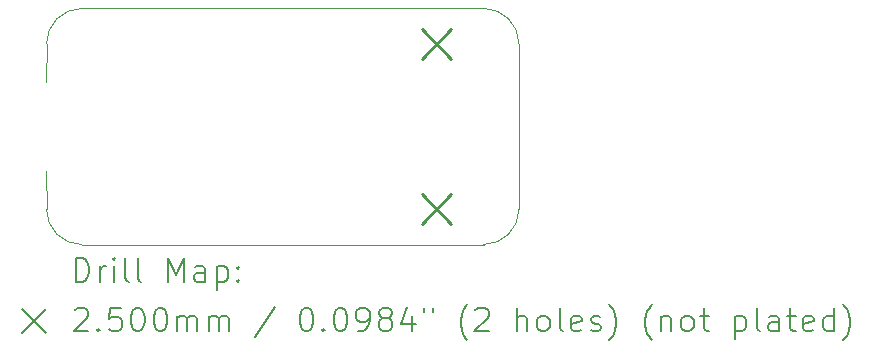
<source format=gbr>
%FSLAX45Y45*%
G04 Gerber Fmt 4.5, Leading zero omitted, Abs format (unit mm)*
G04 Created by KiCad (PCBNEW (6.0.0-0)) date 2022-08-17 15:30:58*
%MOMM*%
%LPD*%
G01*
G04 APERTURE LIST*
%TA.AperFunction,Profile*%
%ADD10C,0.100000*%
%TD*%
%ADD11C,0.200000*%
%ADD12C,0.250000*%
G04 APERTURE END LIST*
D10*
X16200000Y-10000000D02*
G75*
G03*
X16500000Y-9700000I0J300000D01*
G01*
X16500000Y-8300000D02*
X16500000Y-9700000D01*
X12800000Y-8000000D02*
G75*
G03*
X12500000Y-8300000I0J-300000D01*
G01*
X16200000Y-10000000D02*
X12800000Y-10000000D01*
X12497000Y-8625000D02*
X12500000Y-8300000D01*
X12800000Y-8000000D02*
X16200000Y-8000000D01*
X12500000Y-9700000D02*
X12497000Y-9375000D01*
X16500000Y-8300000D02*
G75*
G03*
X16200000Y-8000000I-300000J0D01*
G01*
X12500000Y-9700000D02*
G75*
G03*
X12800000Y-10000000I300000J0D01*
G01*
D11*
D12*
X15675000Y-8175000D02*
X15925000Y-8425000D01*
X15925000Y-8175000D02*
X15675000Y-8425000D01*
X15675000Y-9575000D02*
X15925000Y-9825000D01*
X15925000Y-9575000D02*
X15675000Y-9825000D01*
D11*
X12749619Y-10315476D02*
X12749619Y-10115476D01*
X12797238Y-10115476D01*
X12825809Y-10125000D01*
X12844857Y-10144048D01*
X12854381Y-10163095D01*
X12863905Y-10201190D01*
X12863905Y-10229762D01*
X12854381Y-10267857D01*
X12844857Y-10286905D01*
X12825809Y-10305952D01*
X12797238Y-10315476D01*
X12749619Y-10315476D01*
X12949619Y-10315476D02*
X12949619Y-10182143D01*
X12949619Y-10220238D02*
X12959143Y-10201190D01*
X12968667Y-10191667D01*
X12987714Y-10182143D01*
X13006762Y-10182143D01*
X13073428Y-10315476D02*
X13073428Y-10182143D01*
X13073428Y-10115476D02*
X13063905Y-10125000D01*
X13073428Y-10134524D01*
X13082952Y-10125000D01*
X13073428Y-10115476D01*
X13073428Y-10134524D01*
X13197238Y-10315476D02*
X13178190Y-10305952D01*
X13168667Y-10286905D01*
X13168667Y-10115476D01*
X13302000Y-10315476D02*
X13282952Y-10305952D01*
X13273428Y-10286905D01*
X13273428Y-10115476D01*
X13530571Y-10315476D02*
X13530571Y-10115476D01*
X13597238Y-10258333D01*
X13663905Y-10115476D01*
X13663905Y-10315476D01*
X13844857Y-10315476D02*
X13844857Y-10210714D01*
X13835333Y-10191667D01*
X13816286Y-10182143D01*
X13778190Y-10182143D01*
X13759143Y-10191667D01*
X13844857Y-10305952D02*
X13825809Y-10315476D01*
X13778190Y-10315476D01*
X13759143Y-10305952D01*
X13749619Y-10286905D01*
X13749619Y-10267857D01*
X13759143Y-10248810D01*
X13778190Y-10239286D01*
X13825809Y-10239286D01*
X13844857Y-10229762D01*
X13940095Y-10182143D02*
X13940095Y-10382143D01*
X13940095Y-10191667D02*
X13959143Y-10182143D01*
X13997238Y-10182143D01*
X14016286Y-10191667D01*
X14025809Y-10201190D01*
X14035333Y-10220238D01*
X14035333Y-10277381D01*
X14025809Y-10296429D01*
X14016286Y-10305952D01*
X13997238Y-10315476D01*
X13959143Y-10315476D01*
X13940095Y-10305952D01*
X14121048Y-10296429D02*
X14130571Y-10305952D01*
X14121048Y-10315476D01*
X14111524Y-10305952D01*
X14121048Y-10296429D01*
X14121048Y-10315476D01*
X14121048Y-10191667D02*
X14130571Y-10201190D01*
X14121048Y-10210714D01*
X14111524Y-10201190D01*
X14121048Y-10191667D01*
X14121048Y-10210714D01*
X12292000Y-10545000D02*
X12492000Y-10745000D01*
X12492000Y-10545000D02*
X12292000Y-10745000D01*
X12740095Y-10554524D02*
X12749619Y-10545000D01*
X12768667Y-10535476D01*
X12816286Y-10535476D01*
X12835333Y-10545000D01*
X12844857Y-10554524D01*
X12854381Y-10573571D01*
X12854381Y-10592619D01*
X12844857Y-10621190D01*
X12730571Y-10735476D01*
X12854381Y-10735476D01*
X12940095Y-10716429D02*
X12949619Y-10725952D01*
X12940095Y-10735476D01*
X12930571Y-10725952D01*
X12940095Y-10716429D01*
X12940095Y-10735476D01*
X13130571Y-10535476D02*
X13035333Y-10535476D01*
X13025809Y-10630714D01*
X13035333Y-10621190D01*
X13054381Y-10611667D01*
X13102000Y-10611667D01*
X13121048Y-10621190D01*
X13130571Y-10630714D01*
X13140095Y-10649762D01*
X13140095Y-10697381D01*
X13130571Y-10716429D01*
X13121048Y-10725952D01*
X13102000Y-10735476D01*
X13054381Y-10735476D01*
X13035333Y-10725952D01*
X13025809Y-10716429D01*
X13263905Y-10535476D02*
X13282952Y-10535476D01*
X13302000Y-10545000D01*
X13311524Y-10554524D01*
X13321048Y-10573571D01*
X13330571Y-10611667D01*
X13330571Y-10659286D01*
X13321048Y-10697381D01*
X13311524Y-10716429D01*
X13302000Y-10725952D01*
X13282952Y-10735476D01*
X13263905Y-10735476D01*
X13244857Y-10725952D01*
X13235333Y-10716429D01*
X13225809Y-10697381D01*
X13216286Y-10659286D01*
X13216286Y-10611667D01*
X13225809Y-10573571D01*
X13235333Y-10554524D01*
X13244857Y-10545000D01*
X13263905Y-10535476D01*
X13454381Y-10535476D02*
X13473428Y-10535476D01*
X13492476Y-10545000D01*
X13502000Y-10554524D01*
X13511524Y-10573571D01*
X13521048Y-10611667D01*
X13521048Y-10659286D01*
X13511524Y-10697381D01*
X13502000Y-10716429D01*
X13492476Y-10725952D01*
X13473428Y-10735476D01*
X13454381Y-10735476D01*
X13435333Y-10725952D01*
X13425809Y-10716429D01*
X13416286Y-10697381D01*
X13406762Y-10659286D01*
X13406762Y-10611667D01*
X13416286Y-10573571D01*
X13425809Y-10554524D01*
X13435333Y-10545000D01*
X13454381Y-10535476D01*
X13606762Y-10735476D02*
X13606762Y-10602143D01*
X13606762Y-10621190D02*
X13616286Y-10611667D01*
X13635333Y-10602143D01*
X13663905Y-10602143D01*
X13682952Y-10611667D01*
X13692476Y-10630714D01*
X13692476Y-10735476D01*
X13692476Y-10630714D02*
X13702000Y-10611667D01*
X13721048Y-10602143D01*
X13749619Y-10602143D01*
X13768667Y-10611667D01*
X13778190Y-10630714D01*
X13778190Y-10735476D01*
X13873428Y-10735476D02*
X13873428Y-10602143D01*
X13873428Y-10621190D02*
X13882952Y-10611667D01*
X13902000Y-10602143D01*
X13930571Y-10602143D01*
X13949619Y-10611667D01*
X13959143Y-10630714D01*
X13959143Y-10735476D01*
X13959143Y-10630714D02*
X13968667Y-10611667D01*
X13987714Y-10602143D01*
X14016286Y-10602143D01*
X14035333Y-10611667D01*
X14044857Y-10630714D01*
X14044857Y-10735476D01*
X14435333Y-10525952D02*
X14263905Y-10783095D01*
X14692476Y-10535476D02*
X14711524Y-10535476D01*
X14730571Y-10545000D01*
X14740095Y-10554524D01*
X14749619Y-10573571D01*
X14759143Y-10611667D01*
X14759143Y-10659286D01*
X14749619Y-10697381D01*
X14740095Y-10716429D01*
X14730571Y-10725952D01*
X14711524Y-10735476D01*
X14692476Y-10735476D01*
X14673428Y-10725952D01*
X14663905Y-10716429D01*
X14654381Y-10697381D01*
X14644857Y-10659286D01*
X14644857Y-10611667D01*
X14654381Y-10573571D01*
X14663905Y-10554524D01*
X14673428Y-10545000D01*
X14692476Y-10535476D01*
X14844857Y-10716429D02*
X14854381Y-10725952D01*
X14844857Y-10735476D01*
X14835333Y-10725952D01*
X14844857Y-10716429D01*
X14844857Y-10735476D01*
X14978190Y-10535476D02*
X14997238Y-10535476D01*
X15016286Y-10545000D01*
X15025809Y-10554524D01*
X15035333Y-10573571D01*
X15044857Y-10611667D01*
X15044857Y-10659286D01*
X15035333Y-10697381D01*
X15025809Y-10716429D01*
X15016286Y-10725952D01*
X14997238Y-10735476D01*
X14978190Y-10735476D01*
X14959143Y-10725952D01*
X14949619Y-10716429D01*
X14940095Y-10697381D01*
X14930571Y-10659286D01*
X14930571Y-10611667D01*
X14940095Y-10573571D01*
X14949619Y-10554524D01*
X14959143Y-10545000D01*
X14978190Y-10535476D01*
X15140095Y-10735476D02*
X15178190Y-10735476D01*
X15197238Y-10725952D01*
X15206762Y-10716429D01*
X15225809Y-10687857D01*
X15235333Y-10649762D01*
X15235333Y-10573571D01*
X15225809Y-10554524D01*
X15216286Y-10545000D01*
X15197238Y-10535476D01*
X15159143Y-10535476D01*
X15140095Y-10545000D01*
X15130571Y-10554524D01*
X15121048Y-10573571D01*
X15121048Y-10621190D01*
X15130571Y-10640238D01*
X15140095Y-10649762D01*
X15159143Y-10659286D01*
X15197238Y-10659286D01*
X15216286Y-10649762D01*
X15225809Y-10640238D01*
X15235333Y-10621190D01*
X15349619Y-10621190D02*
X15330571Y-10611667D01*
X15321048Y-10602143D01*
X15311524Y-10583095D01*
X15311524Y-10573571D01*
X15321048Y-10554524D01*
X15330571Y-10545000D01*
X15349619Y-10535476D01*
X15387714Y-10535476D01*
X15406762Y-10545000D01*
X15416286Y-10554524D01*
X15425809Y-10573571D01*
X15425809Y-10583095D01*
X15416286Y-10602143D01*
X15406762Y-10611667D01*
X15387714Y-10621190D01*
X15349619Y-10621190D01*
X15330571Y-10630714D01*
X15321048Y-10640238D01*
X15311524Y-10659286D01*
X15311524Y-10697381D01*
X15321048Y-10716429D01*
X15330571Y-10725952D01*
X15349619Y-10735476D01*
X15387714Y-10735476D01*
X15406762Y-10725952D01*
X15416286Y-10716429D01*
X15425809Y-10697381D01*
X15425809Y-10659286D01*
X15416286Y-10640238D01*
X15406762Y-10630714D01*
X15387714Y-10621190D01*
X15597238Y-10602143D02*
X15597238Y-10735476D01*
X15549619Y-10525952D02*
X15502000Y-10668810D01*
X15625809Y-10668810D01*
X15692476Y-10535476D02*
X15692476Y-10573571D01*
X15768667Y-10535476D02*
X15768667Y-10573571D01*
X16063905Y-10811667D02*
X16054381Y-10802143D01*
X16035333Y-10773571D01*
X16025809Y-10754524D01*
X16016286Y-10725952D01*
X16006762Y-10678333D01*
X16006762Y-10640238D01*
X16016286Y-10592619D01*
X16025809Y-10564048D01*
X16035333Y-10545000D01*
X16054381Y-10516429D01*
X16063905Y-10506905D01*
X16130571Y-10554524D02*
X16140095Y-10545000D01*
X16159143Y-10535476D01*
X16206762Y-10535476D01*
X16225809Y-10545000D01*
X16235333Y-10554524D01*
X16244857Y-10573571D01*
X16244857Y-10592619D01*
X16235333Y-10621190D01*
X16121048Y-10735476D01*
X16244857Y-10735476D01*
X16482952Y-10735476D02*
X16482952Y-10535476D01*
X16568667Y-10735476D02*
X16568667Y-10630714D01*
X16559143Y-10611667D01*
X16540095Y-10602143D01*
X16511524Y-10602143D01*
X16492476Y-10611667D01*
X16482952Y-10621190D01*
X16692476Y-10735476D02*
X16673428Y-10725952D01*
X16663905Y-10716429D01*
X16654381Y-10697381D01*
X16654381Y-10640238D01*
X16663905Y-10621190D01*
X16673428Y-10611667D01*
X16692476Y-10602143D01*
X16721048Y-10602143D01*
X16740095Y-10611667D01*
X16749619Y-10621190D01*
X16759143Y-10640238D01*
X16759143Y-10697381D01*
X16749619Y-10716429D01*
X16740095Y-10725952D01*
X16721048Y-10735476D01*
X16692476Y-10735476D01*
X16873429Y-10735476D02*
X16854381Y-10725952D01*
X16844857Y-10706905D01*
X16844857Y-10535476D01*
X17025810Y-10725952D02*
X17006762Y-10735476D01*
X16968667Y-10735476D01*
X16949619Y-10725952D01*
X16940095Y-10706905D01*
X16940095Y-10630714D01*
X16949619Y-10611667D01*
X16968667Y-10602143D01*
X17006762Y-10602143D01*
X17025810Y-10611667D01*
X17035333Y-10630714D01*
X17035333Y-10649762D01*
X16940095Y-10668810D01*
X17111524Y-10725952D02*
X17130571Y-10735476D01*
X17168667Y-10735476D01*
X17187714Y-10725952D01*
X17197238Y-10706905D01*
X17197238Y-10697381D01*
X17187714Y-10678333D01*
X17168667Y-10668810D01*
X17140095Y-10668810D01*
X17121048Y-10659286D01*
X17111524Y-10640238D01*
X17111524Y-10630714D01*
X17121048Y-10611667D01*
X17140095Y-10602143D01*
X17168667Y-10602143D01*
X17187714Y-10611667D01*
X17263905Y-10811667D02*
X17273429Y-10802143D01*
X17292476Y-10773571D01*
X17302000Y-10754524D01*
X17311524Y-10725952D01*
X17321048Y-10678333D01*
X17321048Y-10640238D01*
X17311524Y-10592619D01*
X17302000Y-10564048D01*
X17292476Y-10545000D01*
X17273429Y-10516429D01*
X17263905Y-10506905D01*
X17625810Y-10811667D02*
X17616286Y-10802143D01*
X17597238Y-10773571D01*
X17587714Y-10754524D01*
X17578190Y-10725952D01*
X17568667Y-10678333D01*
X17568667Y-10640238D01*
X17578190Y-10592619D01*
X17587714Y-10564048D01*
X17597238Y-10545000D01*
X17616286Y-10516429D01*
X17625810Y-10506905D01*
X17702000Y-10602143D02*
X17702000Y-10735476D01*
X17702000Y-10621190D02*
X17711524Y-10611667D01*
X17730571Y-10602143D01*
X17759143Y-10602143D01*
X17778190Y-10611667D01*
X17787714Y-10630714D01*
X17787714Y-10735476D01*
X17911524Y-10735476D02*
X17892476Y-10725952D01*
X17882952Y-10716429D01*
X17873429Y-10697381D01*
X17873429Y-10640238D01*
X17882952Y-10621190D01*
X17892476Y-10611667D01*
X17911524Y-10602143D01*
X17940095Y-10602143D01*
X17959143Y-10611667D01*
X17968667Y-10621190D01*
X17978190Y-10640238D01*
X17978190Y-10697381D01*
X17968667Y-10716429D01*
X17959143Y-10725952D01*
X17940095Y-10735476D01*
X17911524Y-10735476D01*
X18035333Y-10602143D02*
X18111524Y-10602143D01*
X18063905Y-10535476D02*
X18063905Y-10706905D01*
X18073429Y-10725952D01*
X18092476Y-10735476D01*
X18111524Y-10735476D01*
X18330571Y-10602143D02*
X18330571Y-10802143D01*
X18330571Y-10611667D02*
X18349619Y-10602143D01*
X18387714Y-10602143D01*
X18406762Y-10611667D01*
X18416286Y-10621190D01*
X18425810Y-10640238D01*
X18425810Y-10697381D01*
X18416286Y-10716429D01*
X18406762Y-10725952D01*
X18387714Y-10735476D01*
X18349619Y-10735476D01*
X18330571Y-10725952D01*
X18540095Y-10735476D02*
X18521048Y-10725952D01*
X18511524Y-10706905D01*
X18511524Y-10535476D01*
X18702000Y-10735476D02*
X18702000Y-10630714D01*
X18692476Y-10611667D01*
X18673429Y-10602143D01*
X18635333Y-10602143D01*
X18616286Y-10611667D01*
X18702000Y-10725952D02*
X18682952Y-10735476D01*
X18635333Y-10735476D01*
X18616286Y-10725952D01*
X18606762Y-10706905D01*
X18606762Y-10687857D01*
X18616286Y-10668810D01*
X18635333Y-10659286D01*
X18682952Y-10659286D01*
X18702000Y-10649762D01*
X18768667Y-10602143D02*
X18844857Y-10602143D01*
X18797238Y-10535476D02*
X18797238Y-10706905D01*
X18806762Y-10725952D01*
X18825810Y-10735476D01*
X18844857Y-10735476D01*
X18987714Y-10725952D02*
X18968667Y-10735476D01*
X18930571Y-10735476D01*
X18911524Y-10725952D01*
X18902000Y-10706905D01*
X18902000Y-10630714D01*
X18911524Y-10611667D01*
X18930571Y-10602143D01*
X18968667Y-10602143D01*
X18987714Y-10611667D01*
X18997238Y-10630714D01*
X18997238Y-10649762D01*
X18902000Y-10668810D01*
X19168667Y-10735476D02*
X19168667Y-10535476D01*
X19168667Y-10725952D02*
X19149619Y-10735476D01*
X19111524Y-10735476D01*
X19092476Y-10725952D01*
X19082952Y-10716429D01*
X19073429Y-10697381D01*
X19073429Y-10640238D01*
X19082952Y-10621190D01*
X19092476Y-10611667D01*
X19111524Y-10602143D01*
X19149619Y-10602143D01*
X19168667Y-10611667D01*
X19244857Y-10811667D02*
X19254381Y-10802143D01*
X19273429Y-10773571D01*
X19282952Y-10754524D01*
X19292476Y-10725952D01*
X19302000Y-10678333D01*
X19302000Y-10640238D01*
X19292476Y-10592619D01*
X19282952Y-10564048D01*
X19273429Y-10545000D01*
X19254381Y-10516429D01*
X19244857Y-10506905D01*
M02*

</source>
